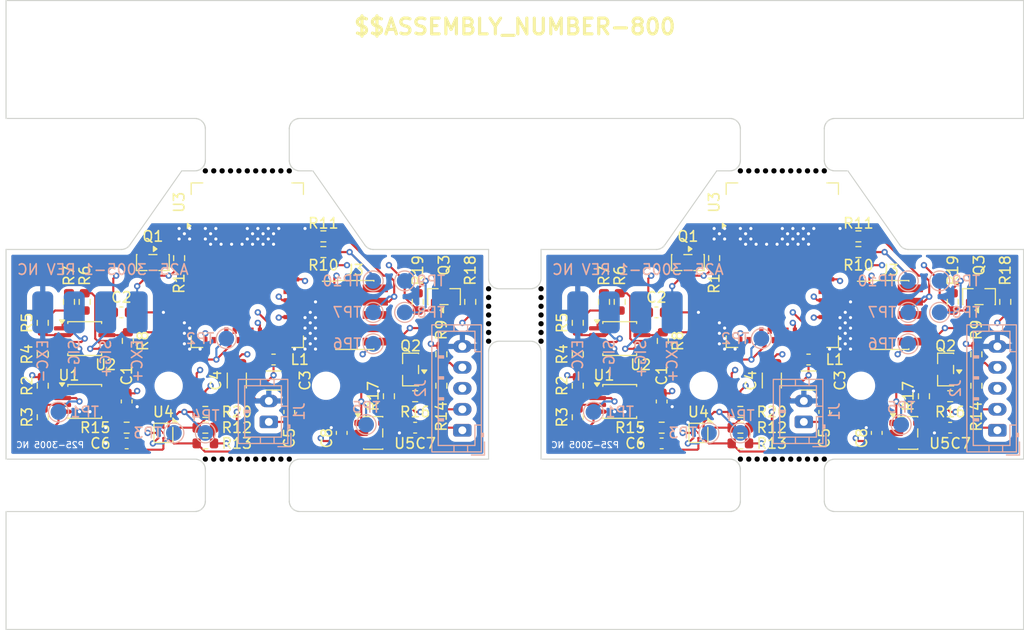
<source format=kicad_pcb>
(kicad_pcb
	(version 20241229)
	(generator "pcbnew")
	(generator_version "9.0")
	(general
		(thickness 1.6472)
		(legacy_teardrops no)
	)
	(paper "A4")
	(title_block
		(title "Panel Fabrication (Panel -800)")
		(rev "${REVISION}")
		(company "${COMPANY}")
	)
	(layers
		(0 "F.Cu" signal)
		(4 "In1.Cu" signal)
		(6 "In2.Cu" signal)
		(2 "B.Cu" signal)
		(9 "F.Adhes" user "F.Adhesive")
		(11 "B.Adhes" user "B.Adhesive")
		(13 "F.Paste" user)
		(15 "B.Paste" user)
		(5 "F.SilkS" user "F.Silkscreen")
		(7 "B.SilkS" user "B.Silkscreen")
		(1 "F.Mask" user)
		(3 "B.Mask" user)
		(17 "Dwgs.User" user "AssyTitlePage")
		(19 "Cmts.User" user "User.Comments")
		(21 "Eco1.User" user "F.DNP")
		(23 "Eco2.User" user "B.DNP")
		(25 "Edge.Cuts" user)
		(27 "Margin" user)
		(31 "F.CrtYd" user "F.Courtyard")
		(29 "B.CrtYd" user "B.Courtyard")
		(35 "F.Fab" user)
		(33 "B.Fab" user)
		(39 "User.1" user "DrillMap")
		(41 "User.2" user "F.TestPoint")
		(43 "User.3" user "B.TestPoint")
		(45 "User.4" user "F.AssemblyText")
		(47 "User.5" user "B.AssemblyText")
		(49 "User.6" user "F.Dimensions")
		(51 "User.7" user "B.Dimensions")
		(53 "User.8" user "F.TestPointList")
		(55 "User.9" user "B.TestPointList")
	)
	(setup
		(stackup
			(layer "F.SilkS"
				(type "Top Silk Screen")
				(color "White")
			)
			(layer "F.Paste"
				(type "Top Solder Paste")
			)
			(layer "F.Mask"
				(type "Top Solder Mask")
				(color "Green")
				(thickness 0.0305)
			)
			(layer "F.Cu"
				(type "copper")
				(thickness 0.035)
			)
			(layer "dielectric 1"
				(type "prepreg")
				(color "FR4 natural")
				(thickness 0.2104)
				(material "FR4")
				(epsilon_r 4.4)
				(loss_tangent 0.02)
			)
			(layer "In1.Cu"
				(type "copper")
				(thickness 0.0152)
			)
			(layer "dielectric 2"
				(type "core")
				(color "FR4 natural")
				(thickness 1.065)
				(material "FR4")
				(epsilon_r 4.6)
				(loss_tangent 0.02)
			)
			(layer "In2.Cu"
				(type "copper")
				(thickness 0.0152)
			)
			(layer "dielectric 3"
				(type "prepreg")
				(color "FR4 natural")
				(thickness 0.2104)
				(material "FR4")
				(epsilon_r 4.4)
				(loss_tangent 0.02)
			)
			(layer "B.Cu"
				(type "copper")
				(thickness 0.035)
			)
			(layer "B.Mask"
				(type "Bottom Solder Mask")
				(color "Green")
				(thickness 0.0305)
			)
			(layer "B.Paste"
				(type "Bottom Solder Paste")
			)
			(layer "B.SilkS"
				(type "Bottom Silk Screen")
				(color "White")
			)
			(copper_finish "HAL SnPb")
			(dielectric_constraints no)
		)
		(pad_to_mask_clearance 0)
		(allow_soldermask_bridges_in_footprints no)
		(tenting front back)
		(aux_axis_origin 100 20)
		(grid_origin 100 20)
		(pcbplotparams
			(layerselection 0x00000000_00000000_55555555_5755f5ff)
			(plot_on_all_layers_selection 0x00000000_00000000_00000000_00000000)
			(disableapertmacros no)
			(usegerberextensions no)
			(usegerberattributes yes)
			(usegerberadvancedattributes yes)
			(creategerberjobfile yes)
			(dashed_line_dash_ratio 12.000000)
			(dashed_line_gap_ratio 3.000000)
			(svgprecision 4)
			(plotframeref no)
			(mode 1)
			(useauxorigin no)
			(hpglpennumber 1)
			(hpglpenspeed 20)
			(hpglpendiameter 15.000000)
			(pdf_front_fp_property_popups yes)
			(pdf_back_fp_property_popups yes)
			(pdf_metadata yes)
			(pdf_single_document no)
			(dxfpolygonmode yes)
			(dxfimperialunits yes)
			(dxfusepcbnewfont yes)
			(psnegative no)
			(psa4output no)
			(plot_black_and_white yes)
			(sketchpadsonfab no)
			(plotpadnumbers no)
			(hidednponfab no)
			(sketchdnponfab yes)
			(crossoutdnponfab yes)
			(subtractmaskfromsilk no)
			(outputformat 1)
			(mirror no)
			(drillshape 1)
			(scaleselection 1)
			(outputdirectory "")
		)
	)
	(net 0 "")
	(net 1 "Board_0-+3.3V")
	(net 2 "Board_0-/Project Architecture/BLE Controller/LOAD_CELL")
	(net 3 "Board_0-/Project Architecture/BLE Controller/SCL")
	(net 4 "Board_0-/Project Architecture/BLE Controller/SDA")
	(net 5 "Board_0-/Project Architecture/BLE Controller/~{BATT_INT}")
	(net 6 "Board_0-/Project Architecture/BLE Controller/~{LOAD_CELL_EN}")
	(net 7 "Board_0-/Project Architecture/BLE Controller/~{PAIR_LED}")
	(net 8 "Board_0-/Project Architecture/BLE Controller/~{PAIR_SW}")
	(net 9 "Board_0-/Project Architecture/Load Cell Amp/EXC+")
	(net 10 "Board_0-/Project Architecture/Load Cell Amp/SIG+")
	(net 11 "Board_0-/Project Architecture/Load Cell Amp/SIG-")
	(net 12 "Board_0-/Project Architecture/Power and Interface/CHARGE_LED_IO")
	(net 13 "Board_0-/Project Architecture/Power and Interface/PAIR_LED_IO")
	(net 14 "Board_0-/Project Architecture/Power and Interface/STAT")
	(net 15 "Board_0-/Project Architecture/Power and Interface/SWDCLK")
	(net 16 "Board_0-/Project Architecture/Power and Interface/SWDIO")
	(net 17 "Board_0-/Project Architecture/Power and Interface/~{RESET}")
	(net 18 "Board_0-GND")
	(net 19 "Board_0-Net-(J1-Pin_1)")
	(net 20 "Board_0-Net-(Q2-S)")
	(net 21 "Board_0-Net-(Q3-S)")
	(net 22 "Board_0-Net-(R5-Pad1)")
	(net 23 "Board_0-Net-(U1A-+)")
	(net 24 "Board_0-Net-(U1A--)")
	(net 25 "Board_0-Net-(U1B--)")
	(net 26 "Board_0-Net-(U2A--)")
	(net 27 "Board_0-Net-(U2B--)")
	(net 28 "Board_0-Net-(U3-DCCH)")
	(net 29 "Board_0-Net-(U3-SWDCLK)")
	(net 30 "Board_0-Net-(U3-SWDIO)")
	(net 31 "Board_0-Net-(U4-BIN)")
	(net 32 "Board_0-Net-(U4-VDD)")
	(net 33 "Board_0-Net-(U5-PROG)")
	(net 34 "Board_0-VBUS")
	(net 35 "Board_0-VDD")
	(net 36 "Board_0-unconnected-(J3-KEY-Pad7)")
	(net 37 "Board_0-unconnected-(J3-NC{slash}TDI-Pad8)")
	(net 38 "Board_0-unconnected-(J3-SWO{slash}TDO-Pad6)")
	(net 39 "Board_0-unconnected-(U3-D+-Pad35)")
	(net 40 "Board_0-unconnected-(U3-D--Pad34)")
	(net 41 "Board_0-unconnected-(U3-P0.00-Pad17)")
	(net 42 "Board_0-unconnected-(U3-P0.01-Pad18)")
	(net 43 "Board_0-unconnected-(U3-P0.02-Pad11)")
	(net 44 "Board_0-unconnected-(U3-P0.03-Pad9)")
	(net 45 "Board_0-unconnected-(U3-P0.05-Pad21)")
	(net 46 "Board_0-unconnected-(U3-P0.06-Pad22)")
	(net 47 "Board_0-unconnected-(U3-P0.07-Pad23)")
	(net 48 "Board_0-unconnected-(U3-P0.08-Pad24)")
	(net 49 "Board_0-unconnected-(U3-P0.09-Pad52)")
	(net 50 "Board_0-unconnected-(U3-P0.10-Pad54)")
	(net 51 "Board_0-unconnected-(U3-P0.13-Pad37)")
	(net 52 "Board_0-unconnected-(U3-P0.15-Pad39)")
	(net 53 "Board_0-unconnected-(U3-P0.16-Pad38)")
	(net 54 "Board_0-unconnected-(U3-P0.17-Pad41)")
	(net 55 "Board_0-unconnected-(U3-P0.19-Pad42)")
	(net 56 "Board_0-unconnected-(U3-P0.21-Pad43)")
	(net 57 "Board_0-unconnected-(U3-P0.22-Pad46)")
	(net 58 "Board_0-unconnected-(U3-P0.23-Pad45)")
	(net 59 "Board_0-unconnected-(U3-P0.24-Pad48)")
	(net 60 "Board_0-unconnected-(U3-P0.25-Pad49)")
	(net 61 "Board_0-unconnected-(U3-P0.26-Pad19)")
	(net 62 "Board_0-unconnected-(U3-P0.28-Pad13)")
	(net 63 "Board_0-unconnected-(U3-P0.29-Pad10)")
	(net 64 "Board_0-unconnected-(U3-P0.30-Pad14)")
	(net 65 "Board_0-unconnected-(U3-P0.31-Pad12)")
	(net 66 "Board_0-unconnected-(U3-P1.00-Pad47)")
	(net 67 "Board_0-unconnected-(U3-P1.01-Pad61)")
	(net 68 "Board_0-unconnected-(U3-P1.03-Pad60)")
	(net 69 "Board_0-unconnected-(U3-P1.04-Pad56)")
	(net 70 "Board_0-unconnected-(U3-P1.05-Pad59)")
	(net 71 "Board_0-unconnected-(U3-P1.06-Pad57)")
	(net 72 "Board_0-unconnected-(U3-P1.07-Pad58)")
	(net 73 "Board_0-unconnected-(U3-P1.08-Pad25)")
	(net 74 "Board_0-unconnected-(U3-P1.09-Pad26)")
	(net 75 "Board_0-unconnected-(U3-P1.10-Pad3)")
	(net 76 "Board_0-unconnected-(U3-P1.12-Pad5)")
	(net 77 "Board_0-unconnected-(U3-P1.13-Pad6)")
	(net 78 "Board_0-unconnected-(U3-P1.14-Pad7)")
	(net 79 "Board_0-unconnected-(U3-P1.15-Pad8)")
	(net 80 "Board_0-unconnected-(U3-VBUS-Pad32)")
	(net 81 "Board_1-+3.3V")
	(net 82 "Board_1-/Project Architecture/BLE Controller/LOAD_CELL")
	(net 83 "Board_1-/Project Architecture/BLE Controller/SCL")
	(net 84 "Board_1-/Project Architecture/BLE Controller/SDA")
	(net 85 "Board_1-/Project Architecture/BLE Controller/~{BATT_INT}")
	(net 86 "Board_1-/Project Architecture/BLE Controller/~{LOAD_CELL_EN}")
	(net 87 "Board_1-/Project Architecture/BLE Controller/~{PAIR_LED}")
	(net 88 "Board_1-/Project Architecture/BLE Controller/~{PAIR_SW}")
	(net 89 "Board_1-/Project Architecture/Load Cell Amp/EXC+")
	(net 90 "Board_1-/Project Architecture/Load Cell Amp/SIG+")
	(net 91 "Board_1-/Project Architecture/Load Cell Amp/SIG-")
	(net 92 "Board_1-/Project Architecture/Power and Interface/CHARGE_LED_IO")
	(net 93 "Board_1-/Project Architecture/Power and Interface/PAIR_LED_IO")
	(net 94 "Board_1-/Project Architecture/Power and Interface/STAT")
	(net 95 "Board_1-/Project Architecture/Power and Interface/SWDCLK")
	(net 96 "Board_1-/Project Architecture/Power and Interface/SWDIO")
	(net 97 "Board_1-/Project Architecture/Power and Interface/~{RESET}")
	(net 98 "Board_1-GND")
	(net 99 "Board_1-Net-(J1-Pin_1)")
	(net 100 "Board_1-Net-(Q2-S)")
	(net 101 "Board_1-Net-(Q3-S)")
	(net 102 "Board_1-Net-(R5-Pad1)")
	(net 103 "Board_1-Net-(U1A-+)")
	(net 104 "Board_1-Net-(U1A--)")
	(net 105 "Board_1-Net-(U1B--)")
	(net 106 "Board_1-Net-(U2A--)")
	(net 107 "Board_1-Net-(U2B--)")
	(net 108 "Board_1-Net-(U3-DCCH)")
	(net 109 "Board_1-Net-(U3-SWDCLK)")
	(net 110 "Board_1-Net-(U3-SWDIO)")
	(net 111 "Board_1-Net-(U4-BIN)")
	(net 112 "Board_1-Net-(U4-VDD)")
	(net 113 "Board_1-Net-(U5-PROG)")
	(net 114 "Board_1-VBUS")
	(net 115 "Board_1-VDD")
	(net 116 "Board_1-unconnected-(J3-KEY-Pad7)")
	(net 117 "Board_1-unconnected-(J3-NC{slash}TDI-Pad8)")
	(net 118 "Board_1-unconnected-(J3-SWO{slash}TDO-Pad6)")
	(net 119 "Board_1-unconnected-(U3-D+-Pad35)")
	(net 120 "Board_1-unconnected-(U3-D--Pad34)")
	(net 121 "Board_1-unconnected-(U3-P0.00-Pad17)")
	(net 122 "Board_1-unconnected-(U3-P0.01-Pad18)")
	(net 123 "Board_1-unconnected-(U3-P0.02-Pad11)")
	(net 124 "Board_1-unconnected-(U3-P0.03-Pad9)")
	(net 125 "Board_1-unconnected-(U3-P0.05-Pad21)")
	(net 126 "Board_1-unconnected-(U3-P0.06-Pad22)")
	(net 127 "Board_1-unconnected-(U3-P0.07-Pad23)")
	(net 128 "Board_1-unconnected-(U3-P0.08-Pad24)")
	(net 129 "Board_1-unconnected-(U3-P0.09-Pad52)")
	(net 130 "Board_1-unconnected-(U3-P0.10-Pad54)")
	(net 131 "Board_1-unconnected-(U3-P0.13-Pad37)")
	(net 132 "Board_1-unconnected-(U3-P0.15-Pad39)")
	(net 133 "Board_1-unconnected-(U3-P0.16-Pad38)")
	(net 134 "Board_1-unconnected-(U3-P0.17-Pad41)")
	(net 135 "Board_1-unconnected-(U3-P0.19-Pad42)")
	(net 136 "Board_1-unconnected-(U3-P0.21-Pad43)")
	(net 137 "Board_1-unconnected-(U3-P0.22-Pad46)")
	(net 138 "Board_1-unconnected-(U3-P0.23-Pad45)")
	(net 139 "Board_1-unconnected-(U3-P0.24-Pad48)")
	(net 140 "Board_1-unconnected-(U3-P0.25-Pad49)")
	(net 141 "Board_1-unconnected-(U3-P0.26-Pad19)")
	(net 142 "Board_1-unconnected-(U3-P0.28-Pad13)")
	(net 143 "Board_1-unconnected-(U3-P0.29-Pad10)")
	(net 144 "Board_1-unconnected-(U3-P0.30-Pad14)")
	(net 145 "Board_1-unconnected-(U3-P0.31-Pad12)")
	(net 146 "Board_1-unconnected-(U3-P1.00-Pad47)")
	(net 147 "Board_1-unconnected-(U3-P1.01-Pad61)")
	(net 148 "Board_1-unconnected-(U3-P1.03-Pad60)")
	(net 149 "Board_1-unconnected-(U3-P1.04-Pad56)")
	(net 150 "Board_1-unconnected-(U3-P1.05-Pad59)")
	(net 151 "Board_1-unconnected-(U3-P1.06-Pad57)")
	(net 152 "Board_1-unconnected-(U3-P1.07-Pad58)")
	(net 153 "Board_1-unconnected-(U3-P1.08-Pad25)")
	(net 154 "Board_1-unconnected-(U3-P1.09-Pad26)")
	(net 155 "Board_1-unconnected-(U3-P1.10-Pad3)")
	(net 156 "Board_1-unconnected-(U3-P1.12-Pad5)")
	(net 157 "Board_1-unconnected-(U3-P1.13-Pad6)")
	(net 158 "Board_1-unconnected-(U3-P1.14-Pad7)")
	(net 159 "Board_1-unconnected-(U3-P1.15-Pad8)")
	(net 160 "Board_1-unconnected-(U3-VBUS-Pad32)")
	(footprint "Package_TO_SOT_SMD:SOT-23" (layer "F.Cu") (at 189.5625 55.19975 180))
	(footprint "NPTH" (layer "F.Cu") (at 125.4 36.24975))
	(footprint "Package_TO_SOT_SMD:SOT-23" (layer "F.Cu") (at 141.75 48.24975 90))
	(footprint "Resistor_SMD:R_0603_1608Metric" (layer "F.Cu") (at 195.25 48.74975 -90))
	(footprint "NPTH" (layer "F.Cu") (at 151 49.166417))
	(footprint "Resistor_SMD:R_0603_1608Metric" (layer "F.Cu") (at 139.25 48.74975 -90))
	(footprint "NPTH" (layer "F.Cu") (at 123.8 36.24975))
	(footprint "NPTH" (layer "F.Cu") (at 174 36.24975))
	(footprint "Resistor_SMD:R_0603_1608Metric" (layer "F.Cu") (at 111.5 60.74975 180))
	(footprint "NPTH" (layer "F.Cu") (at 172.4 63.74975))
	(footprint "Package_BGA:Texas_DSBGA-9_1.62x1.58mm_Layout3x3_P0.5mm" (layer "F.Cu") (at 166 61.24975 -90))
	(footprint "NPTH" (layer "F.Cu") (at 151 49.99975))
	(footprint "Resistor_SMD:R_0603_1608Metric" (layer "F.Cu") (at 170 59.24975 180))
	(footprint "Resistor_SMD:R_0603_1608Metric" (layer "F.Cu") (at 119 59.24975 180))
	(footprint "Resistor_SMD:R_0603_1608Metric" (layer "F.Cu") (at 116.5 44.57475 90))
	(footprint "Resistor_SMD:R_0603_1608Metric" (layer "F.Cu") (at 170 62.24975 180))
	(footprint "Resistor_SMD:R_0603_1608Metric" (layer "F.Cu") (at 167.5 44.57475 90))
	(footprint "Resistor_SMD:R_0603_1608Metric" (layer "F.Cu") (at 130.25 43.99975 180))
	(footprint "Capacitor_SMD:C_0603_1608Metric" (layer "F.Cu") (at 162.5 62.24975 180))
	(footprint "NPTH" (layer "F.Cu") (at 124.6 36.24975))
	(footprint "Package_SO:MSOP-8_3x3mm_P0.65mm" (layer "F.Cu") (at 158.5 58.24975))
	(footprint "NPTH" (layer "F.Cu") (at 174 63.74975))
	(footprint "Resistor_SMD:R_0603_1608Metric" (layer "F.Cu") (at 181.25 43.99975 180))
	(footprint "NPTH" (layer "F.Cu") (at 151 48.333084))
	(footprint "NPTH" (layer "F.Cu") (at 176.4 36.24975))
	(footprint "NPTH" (layer "F.Cu") (at 171.6 63.74975))
	(footprint "Resistor_SMD:R_0603_1608Metric" (layer "F.Cu") (at 154.5 53.74975 -90))
	(footprint "Connector_PinHeader_1.27mm:PinHeader_2x05_P1.27mm_Vertical_SMD" (layer "F.Cu") (at 133.25 49.99975))
	(footprint "NPTH" (layer "F.Cu") (at 124.6 63.74975))
	(footprint "NPTH" (layer "F.Cu") (at 126.2 63.74975))
	(footprint "Resistor_SMD:R_0603_1608Metric" (layer "F.Cu") (at 192.5 53.74975 -90))
	(footprint "Resistor_SMD:R_0603_1608Metric" (layer "F.Cu") (at 136.5 57.74975 90))
	(footprint "NPTH" (layer "F.Cu") (at 173.2 36.24975))
	(footprint "Capacitor_SMD:C_0603_1608Metric" (layer "F.Cu") (at 162.5 58.24975 -90))
	(footprint "NPTH" (layer "F.Cu") (at 123 36.24975))
	(footprint "Resistor_SMD:R_0603_1608Metric" (layer "F.Cu") (at 139 57.74975))
	(footprint "Resistor_SMD:R_0603_1608Metric" (layer "F.Cu") (at 103.5 59.74975 90))
	(footprint "Resistor_SMD:R_0603_1608Metric" (layer "F.Cu") (at 141.5 53.74975 -90))
	(footprint "NPTH" (layer "F.Cu") (at 151 50.833083))
	(footprint "NPTH" (layer "F.Cu") (at 121.4 63.74975))
	(footprint "NPTH" (layer "F.Cu") (at 175.6 36.24975))
	(footprint "Package_SO:MSOP-8_3x3mm_P0.65mm" (layer "F.Cu") (at 107.5 58.24975))
	(footprint "Capacitor_SMD:C_0603_1608Metric" (layer "F.Cu") (at 183 61.24975 90))
	(footprint "Package_TO_SOT_SMD:SOT-23" (layer "F.Cu") (at 138.5625 55.19975 180))
	(footprint "Capacitor_SMD:C_1206_3216Metric" (layer "F.Cu") (at 122 56.24975 -90))
	(footprint "Inductor_SMD:L_0603_1608Metric" (layer "F.Cu") (at 176.5 54.24975))
	(footprint "NPTH" (layer "F.Cu") (at 146 47.49975))
	(footprint "NPTH" (layer "F.Cu") (at 170.8 63.74975))
	(footprint "Resistor_SMD:R_0603_1608Metric" (layer "F.Cu") (at 162.5 60.74975 180))
	(footprint "NPTH" (layer "F.Cu") (at 123 63.74975))
	(footprint "Resistor_SMD:R_0603_1608Metric" (layer "F.Cu") (at 106 48.74975 -90))
	(footprint "Capacitor_SMD:C_0603_1608Metric" (layer "F.Cu") (at 162 49.74975))
	(footprint "Resistor_SMD:R_0603_1608Metric" (layer "F.Cu") (at 107.5 48.74975 -90))
	(footprint "Resistor_SMD:R_0603_1608Metric"
		(layer "F.Cu")
		(uuid "5fbad50f-3ebe-44ef-95da-af10367c2f7b")
		(at 170 60.74975 180)
		(descr "Resistor SMD 0603 (1608 Metric), square (rectangular) end terminal, IPC-7351 nominal, (Body size source: IPC-SM-782 page 72, https://www.pcb-3d.com/wordpress/wp-content/uploads/ipc-sm-782a_amendment_1_and_2.pdf), generated with kicad-footprint-generator")
		(tags "resistor")
		(property "Reference" "R12"
			(at -3 0 0)
			(unlocked yes)
			(layer "F.SilkS")
			(uuid "4c32510f-ace4-411c-b71e-9349f5598473")
			(effects
				(font
					(size 1 1)
					(thickness 0.15)
				)
			)
		)
		(property "Value" "10k"
			(at 0 1.43 0)
			(unlocked yes)
			(layer "F.Fab")
			(hide yes)
			(uuid "24fd9f8e-6a71-4919-83b3-8a04b8fee233")
			(effects
				(font
					(size 1 1)
					(thickness 0.15)
				)
			)
		)
		(property "Datasheet" "https://www.royalohm.com/assets/pdf/products/smd/1.pdf"
			(at 0 0 0)
			(layer "F.Fab")
			(hide yes)
			(uuid "d2844f09-9a62-4ab8-a15a-c389e8bc6c84")
			(effects
				(font
					(size 1.27 1.27)
					(thickness 0.15)
				)
			)
		)
		(property "Description" "Resistor, US symbol"
			(at 0 0 0)
			(layer "F.Fab")
			(hide yes)
			(uuid "ad3c7f4b-0b28-43bf-bca1-1596f0e29f0d")
			(effects
				(font
					(size 1.27 1.27)
					(thickness 0.15)
				)
			)
		)
		(property "Manufacturer" "Uni-Royal"
			(at 0 0 180)
			(unlocked yes)
			(layer "F.Fab")
			(hide yes)
			(uuid "ff9fd641-34d0-4c29-9eb8-513691f31bc4")
			(effects
				(font
					(size 1 1)
					(thickness 0.15)
				)
			)
		)
		(property "Manufacturer PN" "0603WAF1002T5E"
			(at 0 0 180)
			(unlocked yes)
			(layer "F.Fab")
			(hide yes)
			(uuid "0ee776f4-7f69-4354-96e2-8985c75898cf")
			(effects
				(font
					(size 1 1)
					(thickness 0.15)
				)
			)
		)
		(property "LCSC" "C25804"
			(at 0 0 180)
			(unlocked yes)
			(layer "F.Fab")
			(hide yes)
			(uuid "c6787caa-3329-4781-b92d-fc2344d0c4f2")
			(effects
				(font
					(size 1 1)
					(thickness 0.15)
				)
			)
		)
		(property "part" "R_US"
			(at 0 0 0)
			(layer "F.SilkS")
			(hide yes)
			(uuid "8cd81da5-621b-44cf-99d8-6099cb4eb065")
			(effects
				(font
					(size 1.27 1.27)
					(thickness 0.15)
				)
			)
		)
		(path "/f6afef58-d841-4ad6-baf9-746b0a35f011/9da43fd7-7a0a-403c-bf2c-ba67cd8fa669/0f36fc1e-e36f-4bbd-b0c1-d147c3a40559")
		(attr smd)
		(fp_line
			(start -0.237258 0.5225)
			(end 0.237258 0.5225)
			(stroke
				(width 0.12)
				(type solid)
			)
			(layer "F.SilkS")
			(uuid "7b3b7b46-95a9-41de-83d8-495dd2bf9038")
		)
		(fp_line
			(start -0.237258 -0.5225)
			(end 0.237258 -0
... [1040194 chars truncated]
</source>
